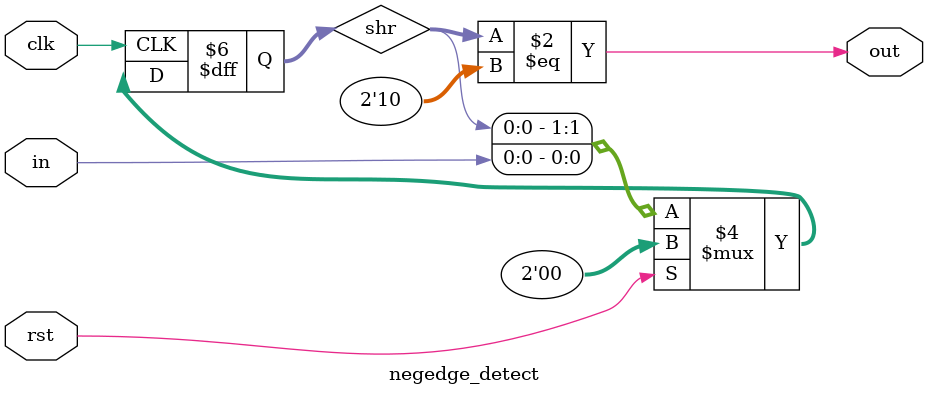
<source format=v>
`timescale 1ns / 1ps
module negedge_detect(
    input in,
    input clk,
    input rst,
    output out
    );

reg [1:0] shr;

always @ (posedge clk)
	if (rst)
		shr <= 2'b00;
	else
		shr <= {shr[0], in};

assign out = (shr == 2'b10);

endmodule

</source>
